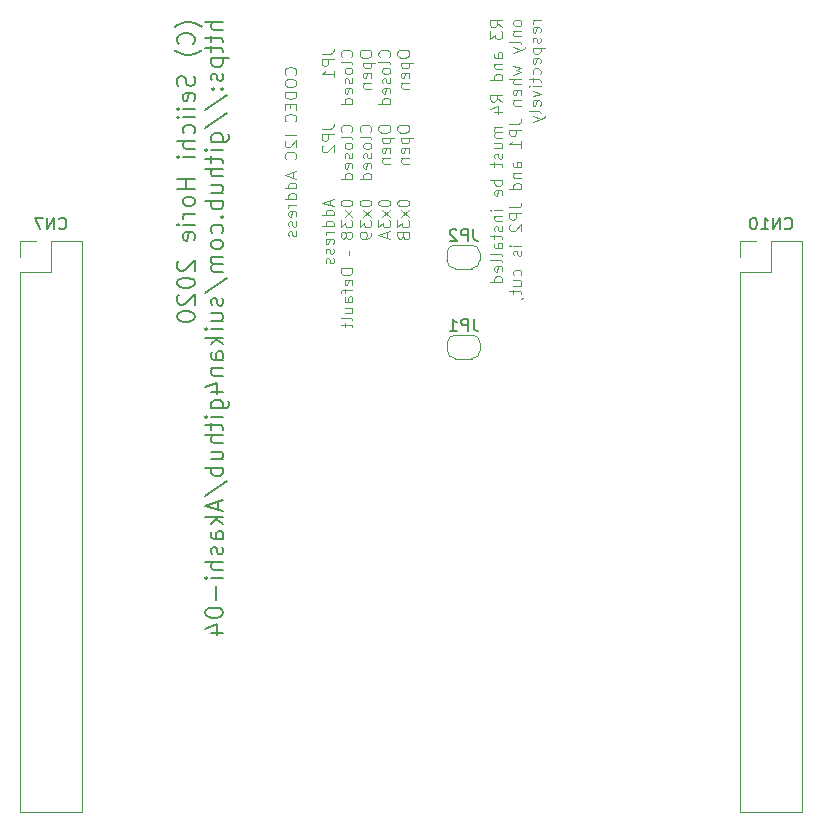
<source format=gbo>
G04 #@! TF.GenerationSoftware,KiCad,Pcbnew,5.1.5-52549c5~84~ubuntu16.04.1*
G04 #@! TF.CreationDate,2020-03-12T09:16:23+09:00*
G04 #@! TF.ProjectId,Akashi-04,416b6173-6869-42d3-9034-2e6b69636164,rev?*
G04 #@! TF.SameCoordinates,Original*
G04 #@! TF.FileFunction,Legend,Bot*
G04 #@! TF.FilePolarity,Positive*
%FSLAX46Y46*%
G04 Gerber Fmt 4.6, Leading zero omitted, Abs format (unit mm)*
G04 Created by KiCad (PCBNEW 5.1.5-52549c5~84~ubuntu16.04.1) date 2020-03-12 09:16:23*
%MOMM*%
%LPD*%
G04 APERTURE LIST*
%ADD10C,0.101600*%
%ADD11C,0.100000*%
%ADD12C,0.150000*%
%ADD13C,0.120000*%
G04 APERTURE END LIST*
D10*
X158854019Y-41528516D02*
X158370209Y-41189849D01*
X158854019Y-40947944D02*
X157838019Y-40947944D01*
X157838019Y-41334992D01*
X157886400Y-41431754D01*
X157934780Y-41480135D01*
X158031542Y-41528516D01*
X158176685Y-41528516D01*
X158273447Y-41480135D01*
X158321828Y-41431754D01*
X158370209Y-41334992D01*
X158370209Y-40947944D01*
X157838019Y-41867182D02*
X157838019Y-42496135D01*
X158225066Y-42157468D01*
X158225066Y-42302611D01*
X158273447Y-42399373D01*
X158321828Y-42447754D01*
X158418590Y-42496135D01*
X158660495Y-42496135D01*
X158757257Y-42447754D01*
X158805638Y-42399373D01*
X158854019Y-42302611D01*
X158854019Y-42012325D01*
X158805638Y-41915563D01*
X158757257Y-41867182D01*
X158854019Y-44141087D02*
X158321828Y-44141087D01*
X158225066Y-44092706D01*
X158176685Y-43995944D01*
X158176685Y-43802420D01*
X158225066Y-43705659D01*
X158805638Y-44141087D02*
X158854019Y-44044325D01*
X158854019Y-43802420D01*
X158805638Y-43705659D01*
X158708876Y-43657278D01*
X158612114Y-43657278D01*
X158515352Y-43705659D01*
X158466971Y-43802420D01*
X158466971Y-44044325D01*
X158418590Y-44141087D01*
X158176685Y-44624897D02*
X158854019Y-44624897D01*
X158273447Y-44624897D02*
X158225066Y-44673278D01*
X158176685Y-44770040D01*
X158176685Y-44915182D01*
X158225066Y-45011944D01*
X158321828Y-45060325D01*
X158854019Y-45060325D01*
X158854019Y-45979563D02*
X157838019Y-45979563D01*
X158805638Y-45979563D02*
X158854019Y-45882801D01*
X158854019Y-45689278D01*
X158805638Y-45592516D01*
X158757257Y-45544135D01*
X158660495Y-45495754D01*
X158370209Y-45495754D01*
X158273447Y-45544135D01*
X158225066Y-45592516D01*
X158176685Y-45689278D01*
X158176685Y-45882801D01*
X158225066Y-45979563D01*
X158854019Y-47818040D02*
X158370209Y-47479373D01*
X158854019Y-47237468D02*
X157838019Y-47237468D01*
X157838019Y-47624516D01*
X157886400Y-47721278D01*
X157934780Y-47769659D01*
X158031542Y-47818040D01*
X158176685Y-47818040D01*
X158273447Y-47769659D01*
X158321828Y-47721278D01*
X158370209Y-47624516D01*
X158370209Y-47237468D01*
X158176685Y-48688897D02*
X158854019Y-48688897D01*
X157789638Y-48446992D02*
X158515352Y-48205087D01*
X158515352Y-48834040D01*
X158854019Y-49995182D02*
X158176685Y-49995182D01*
X158273447Y-49995182D02*
X158225066Y-50043563D01*
X158176685Y-50140325D01*
X158176685Y-50285468D01*
X158225066Y-50382230D01*
X158321828Y-50430611D01*
X158854019Y-50430611D01*
X158321828Y-50430611D02*
X158225066Y-50478992D01*
X158176685Y-50575754D01*
X158176685Y-50720897D01*
X158225066Y-50817659D01*
X158321828Y-50866040D01*
X158854019Y-50866040D01*
X158176685Y-51785278D02*
X158854019Y-51785278D01*
X158176685Y-51349849D02*
X158708876Y-51349849D01*
X158805638Y-51398230D01*
X158854019Y-51494992D01*
X158854019Y-51640135D01*
X158805638Y-51736897D01*
X158757257Y-51785278D01*
X158805638Y-52220706D02*
X158854019Y-52317468D01*
X158854019Y-52510992D01*
X158805638Y-52607754D01*
X158708876Y-52656135D01*
X158660495Y-52656135D01*
X158563733Y-52607754D01*
X158515352Y-52510992D01*
X158515352Y-52365849D01*
X158466971Y-52269087D01*
X158370209Y-52220706D01*
X158321828Y-52220706D01*
X158225066Y-52269087D01*
X158176685Y-52365849D01*
X158176685Y-52510992D01*
X158225066Y-52607754D01*
X158176685Y-52946420D02*
X158176685Y-53333468D01*
X157838019Y-53091563D02*
X158708876Y-53091563D01*
X158805638Y-53139944D01*
X158854019Y-53236706D01*
X158854019Y-53333468D01*
X158854019Y-54446230D02*
X157838019Y-54446230D01*
X158225066Y-54446230D02*
X158176685Y-54542992D01*
X158176685Y-54736516D01*
X158225066Y-54833278D01*
X158273447Y-54881659D01*
X158370209Y-54930040D01*
X158660495Y-54930040D01*
X158757257Y-54881659D01*
X158805638Y-54833278D01*
X158854019Y-54736516D01*
X158854019Y-54542992D01*
X158805638Y-54446230D01*
X158805638Y-55752516D02*
X158854019Y-55655754D01*
X158854019Y-55462230D01*
X158805638Y-55365468D01*
X158708876Y-55317087D01*
X158321828Y-55317087D01*
X158225066Y-55365468D01*
X158176685Y-55462230D01*
X158176685Y-55655754D01*
X158225066Y-55752516D01*
X158321828Y-55800897D01*
X158418590Y-55800897D01*
X158515352Y-55317087D01*
X158854019Y-57010420D02*
X158176685Y-57010420D01*
X157838019Y-57010420D02*
X157886400Y-56962040D01*
X157934780Y-57010420D01*
X157886400Y-57058801D01*
X157838019Y-57010420D01*
X157934780Y-57010420D01*
X158176685Y-57494230D02*
X158854019Y-57494230D01*
X158273447Y-57494230D02*
X158225066Y-57542611D01*
X158176685Y-57639373D01*
X158176685Y-57784516D01*
X158225066Y-57881278D01*
X158321828Y-57929659D01*
X158854019Y-57929659D01*
X158805638Y-58365087D02*
X158854019Y-58461849D01*
X158854019Y-58655373D01*
X158805638Y-58752135D01*
X158708876Y-58800516D01*
X158660495Y-58800516D01*
X158563733Y-58752135D01*
X158515352Y-58655373D01*
X158515352Y-58510230D01*
X158466971Y-58413468D01*
X158370209Y-58365087D01*
X158321828Y-58365087D01*
X158225066Y-58413468D01*
X158176685Y-58510230D01*
X158176685Y-58655373D01*
X158225066Y-58752135D01*
X158176685Y-59090801D02*
X158176685Y-59477849D01*
X157838019Y-59235944D02*
X158708876Y-59235944D01*
X158805638Y-59284325D01*
X158854019Y-59381087D01*
X158854019Y-59477849D01*
X158854019Y-60251944D02*
X158321828Y-60251944D01*
X158225066Y-60203563D01*
X158176685Y-60106801D01*
X158176685Y-59913278D01*
X158225066Y-59816516D01*
X158805638Y-60251944D02*
X158854019Y-60155182D01*
X158854019Y-59913278D01*
X158805638Y-59816516D01*
X158708876Y-59768135D01*
X158612114Y-59768135D01*
X158515352Y-59816516D01*
X158466971Y-59913278D01*
X158466971Y-60155182D01*
X158418590Y-60251944D01*
X158854019Y-60880897D02*
X158805638Y-60784135D01*
X158708876Y-60735754D01*
X157838019Y-60735754D01*
X158854019Y-61413087D02*
X158805638Y-61316325D01*
X158708876Y-61267944D01*
X157838019Y-61267944D01*
X158805638Y-62187182D02*
X158854019Y-62090420D01*
X158854019Y-61896897D01*
X158805638Y-61800135D01*
X158708876Y-61751754D01*
X158321828Y-61751754D01*
X158225066Y-61800135D01*
X158176685Y-61896897D01*
X158176685Y-62090420D01*
X158225066Y-62187182D01*
X158321828Y-62235563D01*
X158418590Y-62235563D01*
X158515352Y-61751754D01*
X158854019Y-63106420D02*
X157838019Y-63106420D01*
X158805638Y-63106420D02*
X158854019Y-63009659D01*
X158854019Y-62816135D01*
X158805638Y-62719373D01*
X158757257Y-62670992D01*
X158660495Y-62622611D01*
X158370209Y-62622611D01*
X158273447Y-62670992D01*
X158225066Y-62719373D01*
X158176685Y-62816135D01*
X158176685Y-63009659D01*
X158225066Y-63106420D01*
X160479619Y-41093087D02*
X160431238Y-40996325D01*
X160382857Y-40947944D01*
X160286095Y-40899563D01*
X159995809Y-40899563D01*
X159899047Y-40947944D01*
X159850666Y-40996325D01*
X159802285Y-41093087D01*
X159802285Y-41238230D01*
X159850666Y-41334992D01*
X159899047Y-41383373D01*
X159995809Y-41431754D01*
X160286095Y-41431754D01*
X160382857Y-41383373D01*
X160431238Y-41334992D01*
X160479619Y-41238230D01*
X160479619Y-41093087D01*
X159802285Y-41867182D02*
X160479619Y-41867182D01*
X159899047Y-41867182D02*
X159850666Y-41915563D01*
X159802285Y-42012325D01*
X159802285Y-42157468D01*
X159850666Y-42254230D01*
X159947428Y-42302611D01*
X160479619Y-42302611D01*
X160479619Y-42931563D02*
X160431238Y-42834801D01*
X160334476Y-42786420D01*
X159463619Y-42786420D01*
X159802285Y-43221849D02*
X160479619Y-43463754D01*
X159802285Y-43705659D02*
X160479619Y-43463754D01*
X160721523Y-43366992D01*
X160769904Y-43318611D01*
X160818285Y-43221849D01*
X159802285Y-44770040D02*
X160479619Y-44963563D01*
X159995809Y-45157087D01*
X160479619Y-45350611D01*
X159802285Y-45544135D01*
X160479619Y-45931182D02*
X159463619Y-45931182D01*
X160479619Y-46366611D02*
X159947428Y-46366611D01*
X159850666Y-46318230D01*
X159802285Y-46221468D01*
X159802285Y-46076325D01*
X159850666Y-45979563D01*
X159899047Y-45931182D01*
X160431238Y-47237468D02*
X160479619Y-47140706D01*
X160479619Y-46947182D01*
X160431238Y-46850420D01*
X160334476Y-46802040D01*
X159947428Y-46802040D01*
X159850666Y-46850420D01*
X159802285Y-46947182D01*
X159802285Y-47140706D01*
X159850666Y-47237468D01*
X159947428Y-47285849D01*
X160044190Y-47285849D01*
X160140952Y-46802040D01*
X159802285Y-47721278D02*
X160479619Y-47721278D01*
X159899047Y-47721278D02*
X159850666Y-47769659D01*
X159802285Y-47866420D01*
X159802285Y-48011563D01*
X159850666Y-48108325D01*
X159947428Y-48156706D01*
X160479619Y-48156706D01*
X159463619Y-49704897D02*
X160189333Y-49704897D01*
X160334476Y-49656516D01*
X160431238Y-49559754D01*
X160479619Y-49414611D01*
X160479619Y-49317849D01*
X160479619Y-50188706D02*
X159463619Y-50188706D01*
X159463619Y-50575754D01*
X159512000Y-50672516D01*
X159560380Y-50720897D01*
X159657142Y-50769278D01*
X159802285Y-50769278D01*
X159899047Y-50720897D01*
X159947428Y-50672516D01*
X159995809Y-50575754D01*
X159995809Y-50188706D01*
X160479619Y-51736897D02*
X160479619Y-51156325D01*
X160479619Y-51446611D02*
X159463619Y-51446611D01*
X159608761Y-51349849D01*
X159705523Y-51253087D01*
X159753904Y-51156325D01*
X160479619Y-53381849D02*
X159947428Y-53381849D01*
X159850666Y-53333468D01*
X159802285Y-53236706D01*
X159802285Y-53043182D01*
X159850666Y-52946420D01*
X160431238Y-53381849D02*
X160479619Y-53285087D01*
X160479619Y-53043182D01*
X160431238Y-52946420D01*
X160334476Y-52898040D01*
X160237714Y-52898040D01*
X160140952Y-52946420D01*
X160092571Y-53043182D01*
X160092571Y-53285087D01*
X160044190Y-53381849D01*
X159802285Y-53865659D02*
X160479619Y-53865659D01*
X159899047Y-53865659D02*
X159850666Y-53914040D01*
X159802285Y-54010801D01*
X159802285Y-54155944D01*
X159850666Y-54252706D01*
X159947428Y-54301087D01*
X160479619Y-54301087D01*
X160479619Y-55220325D02*
X159463619Y-55220325D01*
X160431238Y-55220325D02*
X160479619Y-55123563D01*
X160479619Y-54930040D01*
X160431238Y-54833278D01*
X160382857Y-54784897D01*
X160286095Y-54736516D01*
X159995809Y-54736516D01*
X159899047Y-54784897D01*
X159850666Y-54833278D01*
X159802285Y-54930040D01*
X159802285Y-55123563D01*
X159850666Y-55220325D01*
X159463619Y-56768516D02*
X160189333Y-56768516D01*
X160334476Y-56720135D01*
X160431238Y-56623373D01*
X160479619Y-56478230D01*
X160479619Y-56381468D01*
X160479619Y-57252325D02*
X159463619Y-57252325D01*
X159463619Y-57639373D01*
X159512000Y-57736135D01*
X159560380Y-57784516D01*
X159657142Y-57832897D01*
X159802285Y-57832897D01*
X159899047Y-57784516D01*
X159947428Y-57736135D01*
X159995809Y-57639373D01*
X159995809Y-57252325D01*
X159560380Y-58219944D02*
X159512000Y-58268325D01*
X159463619Y-58365087D01*
X159463619Y-58606992D01*
X159512000Y-58703754D01*
X159560380Y-58752135D01*
X159657142Y-58800516D01*
X159753904Y-58800516D01*
X159899047Y-58752135D01*
X160479619Y-58171563D01*
X160479619Y-58800516D01*
X160479619Y-60010040D02*
X159802285Y-60010040D01*
X159463619Y-60010040D02*
X159512000Y-59961659D01*
X159560380Y-60010040D01*
X159512000Y-60058420D01*
X159463619Y-60010040D01*
X159560380Y-60010040D01*
X160431238Y-60445468D02*
X160479619Y-60542230D01*
X160479619Y-60735754D01*
X160431238Y-60832516D01*
X160334476Y-60880897D01*
X160286095Y-60880897D01*
X160189333Y-60832516D01*
X160140952Y-60735754D01*
X160140952Y-60590611D01*
X160092571Y-60493849D01*
X159995809Y-60445468D01*
X159947428Y-60445468D01*
X159850666Y-60493849D01*
X159802285Y-60590611D01*
X159802285Y-60735754D01*
X159850666Y-60832516D01*
X160431238Y-62525849D02*
X160479619Y-62429087D01*
X160479619Y-62235563D01*
X160431238Y-62138801D01*
X160382857Y-62090420D01*
X160286095Y-62042040D01*
X159995809Y-62042040D01*
X159899047Y-62090420D01*
X159850666Y-62138801D01*
X159802285Y-62235563D01*
X159802285Y-62429087D01*
X159850666Y-62525849D01*
X159802285Y-63396706D02*
X160479619Y-63396706D01*
X159802285Y-62961278D02*
X160334476Y-62961278D01*
X160431238Y-63009659D01*
X160479619Y-63106420D01*
X160479619Y-63251563D01*
X160431238Y-63348325D01*
X160382857Y-63396706D01*
X159802285Y-63735373D02*
X159802285Y-64122420D01*
X159463619Y-63880516D02*
X160334476Y-63880516D01*
X160431238Y-63928897D01*
X160479619Y-64025659D01*
X160479619Y-64122420D01*
X160431238Y-64509468D02*
X160479619Y-64509468D01*
X160576380Y-64461087D01*
X160624761Y-64412706D01*
X162105219Y-40947944D02*
X161427885Y-40947944D01*
X161621409Y-40947944D02*
X161524647Y-40996325D01*
X161476266Y-41044706D01*
X161427885Y-41141468D01*
X161427885Y-41238230D01*
X162056838Y-41963944D02*
X162105219Y-41867182D01*
X162105219Y-41673659D01*
X162056838Y-41576897D01*
X161960076Y-41528516D01*
X161573028Y-41528516D01*
X161476266Y-41576897D01*
X161427885Y-41673659D01*
X161427885Y-41867182D01*
X161476266Y-41963944D01*
X161573028Y-42012325D01*
X161669790Y-42012325D01*
X161766552Y-41528516D01*
X162056838Y-42399373D02*
X162105219Y-42496135D01*
X162105219Y-42689659D01*
X162056838Y-42786420D01*
X161960076Y-42834801D01*
X161911695Y-42834801D01*
X161814933Y-42786420D01*
X161766552Y-42689659D01*
X161766552Y-42544516D01*
X161718171Y-42447754D01*
X161621409Y-42399373D01*
X161573028Y-42399373D01*
X161476266Y-42447754D01*
X161427885Y-42544516D01*
X161427885Y-42689659D01*
X161476266Y-42786420D01*
X161427885Y-43270230D02*
X162443885Y-43270230D01*
X161476266Y-43270230D02*
X161427885Y-43366992D01*
X161427885Y-43560516D01*
X161476266Y-43657278D01*
X161524647Y-43705659D01*
X161621409Y-43754040D01*
X161911695Y-43754040D01*
X162008457Y-43705659D01*
X162056838Y-43657278D01*
X162105219Y-43560516D01*
X162105219Y-43366992D01*
X162056838Y-43270230D01*
X162056838Y-44576516D02*
X162105219Y-44479754D01*
X162105219Y-44286230D01*
X162056838Y-44189468D01*
X161960076Y-44141087D01*
X161573028Y-44141087D01*
X161476266Y-44189468D01*
X161427885Y-44286230D01*
X161427885Y-44479754D01*
X161476266Y-44576516D01*
X161573028Y-44624897D01*
X161669790Y-44624897D01*
X161766552Y-44141087D01*
X162056838Y-45495754D02*
X162105219Y-45398992D01*
X162105219Y-45205468D01*
X162056838Y-45108706D01*
X162008457Y-45060325D01*
X161911695Y-45011944D01*
X161621409Y-45011944D01*
X161524647Y-45060325D01*
X161476266Y-45108706D01*
X161427885Y-45205468D01*
X161427885Y-45398992D01*
X161476266Y-45495754D01*
X161427885Y-45786040D02*
X161427885Y-46173087D01*
X161089219Y-45931182D02*
X161960076Y-45931182D01*
X162056838Y-45979563D01*
X162105219Y-46076325D01*
X162105219Y-46173087D01*
X162105219Y-46511754D02*
X161427885Y-46511754D01*
X161089219Y-46511754D02*
X161137600Y-46463373D01*
X161185980Y-46511754D01*
X161137600Y-46560135D01*
X161089219Y-46511754D01*
X161185980Y-46511754D01*
X161427885Y-46898801D02*
X162105219Y-47140706D01*
X161427885Y-47382611D01*
X162056838Y-48156706D02*
X162105219Y-48059944D01*
X162105219Y-47866420D01*
X162056838Y-47769659D01*
X161960076Y-47721278D01*
X161573028Y-47721278D01*
X161476266Y-47769659D01*
X161427885Y-47866420D01*
X161427885Y-48059944D01*
X161476266Y-48156706D01*
X161573028Y-48205087D01*
X161669790Y-48205087D01*
X161766552Y-47721278D01*
X162105219Y-48785659D02*
X162056838Y-48688897D01*
X161960076Y-48640516D01*
X161089219Y-48640516D01*
X161427885Y-49075944D02*
X162105219Y-49317849D01*
X161427885Y-49559754D02*
X162105219Y-49317849D01*
X162347123Y-49221087D01*
X162395504Y-49172706D01*
X162443885Y-49075944D01*
D11*
X141327142Y-45546190D02*
X141374761Y-45498571D01*
X141422380Y-45355714D01*
X141422380Y-45260476D01*
X141374761Y-45117619D01*
X141279523Y-45022380D01*
X141184285Y-44974761D01*
X140993809Y-44927142D01*
X140850952Y-44927142D01*
X140660476Y-44974761D01*
X140565238Y-45022380D01*
X140470000Y-45117619D01*
X140422380Y-45260476D01*
X140422380Y-45355714D01*
X140470000Y-45498571D01*
X140517619Y-45546190D01*
X140422380Y-46165238D02*
X140422380Y-46355714D01*
X140470000Y-46450952D01*
X140565238Y-46546190D01*
X140755714Y-46593809D01*
X141089047Y-46593809D01*
X141279523Y-46546190D01*
X141374761Y-46450952D01*
X141422380Y-46355714D01*
X141422380Y-46165238D01*
X141374761Y-46070000D01*
X141279523Y-45974761D01*
X141089047Y-45927142D01*
X140755714Y-45927142D01*
X140565238Y-45974761D01*
X140470000Y-46070000D01*
X140422380Y-46165238D01*
X141422380Y-47022380D02*
X140422380Y-47022380D01*
X140422380Y-47260476D01*
X140470000Y-47403333D01*
X140565238Y-47498571D01*
X140660476Y-47546190D01*
X140850952Y-47593809D01*
X140993809Y-47593809D01*
X141184285Y-47546190D01*
X141279523Y-47498571D01*
X141374761Y-47403333D01*
X141422380Y-47260476D01*
X141422380Y-47022380D01*
X140898571Y-48022380D02*
X140898571Y-48355714D01*
X141422380Y-48498571D02*
X141422380Y-48022380D01*
X140422380Y-48022380D01*
X140422380Y-48498571D01*
X141327142Y-49498571D02*
X141374761Y-49450952D01*
X141422380Y-49308095D01*
X141422380Y-49212857D01*
X141374761Y-49070000D01*
X141279523Y-48974761D01*
X141184285Y-48927142D01*
X140993809Y-48879523D01*
X140850952Y-48879523D01*
X140660476Y-48927142D01*
X140565238Y-48974761D01*
X140470000Y-49070000D01*
X140422380Y-49212857D01*
X140422380Y-49308095D01*
X140470000Y-49450952D01*
X140517619Y-49498571D01*
X141422380Y-50689047D02*
X140422380Y-50689047D01*
X140517619Y-51117619D02*
X140470000Y-51165238D01*
X140422380Y-51260476D01*
X140422380Y-51498571D01*
X140470000Y-51593809D01*
X140517619Y-51641428D01*
X140612857Y-51689047D01*
X140708095Y-51689047D01*
X140850952Y-51641428D01*
X141422380Y-51070000D01*
X141422380Y-51689047D01*
X141327142Y-52689047D02*
X141374761Y-52641428D01*
X141422380Y-52498571D01*
X141422380Y-52403333D01*
X141374761Y-52260476D01*
X141279523Y-52165238D01*
X141184285Y-52117619D01*
X140993809Y-52070000D01*
X140850952Y-52070000D01*
X140660476Y-52117619D01*
X140565238Y-52165238D01*
X140470000Y-52260476D01*
X140422380Y-52403333D01*
X140422380Y-52498571D01*
X140470000Y-52641428D01*
X140517619Y-52689047D01*
X141136666Y-53831904D02*
X141136666Y-54308095D01*
X141422380Y-53736666D02*
X140422380Y-54070000D01*
X141422380Y-54403333D01*
X141422380Y-55165238D02*
X140422380Y-55165238D01*
X141374761Y-55165238D02*
X141422380Y-55070000D01*
X141422380Y-54879523D01*
X141374761Y-54784285D01*
X141327142Y-54736666D01*
X141231904Y-54689047D01*
X140946190Y-54689047D01*
X140850952Y-54736666D01*
X140803333Y-54784285D01*
X140755714Y-54879523D01*
X140755714Y-55070000D01*
X140803333Y-55165238D01*
X141422380Y-56070000D02*
X140422380Y-56070000D01*
X141374761Y-56070000D02*
X141422380Y-55974761D01*
X141422380Y-55784285D01*
X141374761Y-55689047D01*
X141327142Y-55641428D01*
X141231904Y-55593809D01*
X140946190Y-55593809D01*
X140850952Y-55641428D01*
X140803333Y-55689047D01*
X140755714Y-55784285D01*
X140755714Y-55974761D01*
X140803333Y-56070000D01*
X141422380Y-56546190D02*
X140755714Y-56546190D01*
X140946190Y-56546190D02*
X140850952Y-56593809D01*
X140803333Y-56641428D01*
X140755714Y-56736666D01*
X140755714Y-56831904D01*
X141374761Y-57546190D02*
X141422380Y-57450952D01*
X141422380Y-57260476D01*
X141374761Y-57165238D01*
X141279523Y-57117619D01*
X140898571Y-57117619D01*
X140803333Y-57165238D01*
X140755714Y-57260476D01*
X140755714Y-57450952D01*
X140803333Y-57546190D01*
X140898571Y-57593809D01*
X140993809Y-57593809D01*
X141089047Y-57117619D01*
X141374761Y-57974761D02*
X141422380Y-58070000D01*
X141422380Y-58260476D01*
X141374761Y-58355714D01*
X141279523Y-58403333D01*
X141231904Y-58403333D01*
X141136666Y-58355714D01*
X141089047Y-58260476D01*
X141089047Y-58117619D01*
X141041428Y-58022380D01*
X140946190Y-57974761D01*
X140898571Y-57974761D01*
X140803333Y-58022380D01*
X140755714Y-58117619D01*
X140755714Y-58260476D01*
X140803333Y-58355714D01*
X141374761Y-58784285D02*
X141422380Y-58879523D01*
X141422380Y-59069999D01*
X141374761Y-59165238D01*
X141279523Y-59212857D01*
X141231904Y-59212857D01*
X141136666Y-59165238D01*
X141089047Y-59069999D01*
X141089047Y-58927142D01*
X141041428Y-58831904D01*
X140946190Y-58784285D01*
X140898571Y-58784285D01*
X140803333Y-58831904D01*
X140755714Y-58927142D01*
X140755714Y-59069999D01*
X140803333Y-59165238D01*
X144286666Y-56135476D02*
X144286666Y-56611666D01*
X144572380Y-56040238D02*
X143572380Y-56373571D01*
X144572380Y-56706904D01*
X144572380Y-57468809D02*
X143572380Y-57468809D01*
X144524761Y-57468809D02*
X144572380Y-57373571D01*
X144572380Y-57183095D01*
X144524761Y-57087857D01*
X144477142Y-57040238D01*
X144381904Y-56992619D01*
X144096190Y-56992619D01*
X144000952Y-57040238D01*
X143953333Y-57087857D01*
X143905714Y-57183095D01*
X143905714Y-57373571D01*
X143953333Y-57468809D01*
X144572380Y-58373571D02*
X143572380Y-58373571D01*
X144524761Y-58373571D02*
X144572380Y-58278333D01*
X144572380Y-58087857D01*
X144524761Y-57992619D01*
X144477142Y-57945000D01*
X144381904Y-57897380D01*
X144096190Y-57897380D01*
X144000952Y-57945000D01*
X143953333Y-57992619D01*
X143905714Y-58087857D01*
X143905714Y-58278333D01*
X143953333Y-58373571D01*
X144572380Y-58849761D02*
X143905714Y-58849761D01*
X144096190Y-58849761D02*
X144000952Y-58897380D01*
X143953333Y-58945000D01*
X143905714Y-59040238D01*
X143905714Y-59135476D01*
X144524761Y-59849761D02*
X144572380Y-59754523D01*
X144572380Y-59564047D01*
X144524761Y-59468809D01*
X144429523Y-59421190D01*
X144048571Y-59421190D01*
X143953333Y-59468809D01*
X143905714Y-59564047D01*
X143905714Y-59754523D01*
X143953333Y-59849761D01*
X144048571Y-59897380D01*
X144143809Y-59897380D01*
X144239047Y-59421190D01*
X144524761Y-60278333D02*
X144572380Y-60373571D01*
X144572380Y-60564047D01*
X144524761Y-60659285D01*
X144429523Y-60706904D01*
X144381904Y-60706904D01*
X144286666Y-60659285D01*
X144239047Y-60564047D01*
X144239047Y-60421190D01*
X144191428Y-60325952D01*
X144096190Y-60278333D01*
X144048571Y-60278333D01*
X143953333Y-60325952D01*
X143905714Y-60421190D01*
X143905714Y-60564047D01*
X143953333Y-60659285D01*
X144524761Y-61087857D02*
X144572380Y-61183095D01*
X144572380Y-61373571D01*
X144524761Y-61468809D01*
X144429523Y-61516428D01*
X144381904Y-61516428D01*
X144286666Y-61468809D01*
X144239047Y-61373571D01*
X144239047Y-61230714D01*
X144191428Y-61135476D01*
X144096190Y-61087857D01*
X144048571Y-61087857D01*
X143953333Y-61135476D01*
X143905714Y-61230714D01*
X143905714Y-61373571D01*
X143953333Y-61468809D01*
X145172380Y-56373571D02*
X145172380Y-56468809D01*
X145220000Y-56564047D01*
X145267619Y-56611666D01*
X145362857Y-56659285D01*
X145553333Y-56706904D01*
X145791428Y-56706904D01*
X145981904Y-56659285D01*
X146077142Y-56611666D01*
X146124761Y-56564047D01*
X146172380Y-56468809D01*
X146172380Y-56373571D01*
X146124761Y-56278333D01*
X146077142Y-56230714D01*
X145981904Y-56183095D01*
X145791428Y-56135476D01*
X145553333Y-56135476D01*
X145362857Y-56183095D01*
X145267619Y-56230714D01*
X145220000Y-56278333D01*
X145172380Y-56373571D01*
X146172380Y-57040238D02*
X145505714Y-57564047D01*
X145505714Y-57040238D02*
X146172380Y-57564047D01*
X145172380Y-57849761D02*
X145172380Y-58468809D01*
X145553333Y-58135476D01*
X145553333Y-58278333D01*
X145600952Y-58373571D01*
X145648571Y-58421190D01*
X145743809Y-58468809D01*
X145981904Y-58468809D01*
X146077142Y-58421190D01*
X146124761Y-58373571D01*
X146172380Y-58278333D01*
X146172380Y-57992619D01*
X146124761Y-57897380D01*
X146077142Y-57849761D01*
X145600952Y-59040238D02*
X145553333Y-58945000D01*
X145505714Y-58897380D01*
X145410476Y-58849761D01*
X145362857Y-58849761D01*
X145267619Y-58897380D01*
X145220000Y-58945000D01*
X145172380Y-59040238D01*
X145172380Y-59230714D01*
X145220000Y-59325952D01*
X145267619Y-59373571D01*
X145362857Y-59421190D01*
X145410476Y-59421190D01*
X145505714Y-59373571D01*
X145553333Y-59325952D01*
X145600952Y-59230714D01*
X145600952Y-59040238D01*
X145648571Y-58945000D01*
X145696190Y-58897380D01*
X145791428Y-58849761D01*
X145981904Y-58849761D01*
X146077142Y-58897380D01*
X146124761Y-58945000D01*
X146172380Y-59040238D01*
X146172380Y-59230714D01*
X146124761Y-59325952D01*
X146077142Y-59373571D01*
X145981904Y-59421190D01*
X145791428Y-59421190D01*
X145696190Y-59373571D01*
X145648571Y-59325952D01*
X145600952Y-59230714D01*
X145839047Y-60849761D02*
X145839047Y-60468809D01*
X146172380Y-61945000D02*
X145172380Y-61945000D01*
X145172380Y-62183095D01*
X145220000Y-62325952D01*
X145315238Y-62421190D01*
X145410476Y-62468809D01*
X145600952Y-62516428D01*
X145743809Y-62516428D01*
X145934285Y-62468809D01*
X146029523Y-62421190D01*
X146124761Y-62325952D01*
X146172380Y-62183095D01*
X146172380Y-61945000D01*
X146124761Y-63325952D02*
X146172380Y-63230714D01*
X146172380Y-63040238D01*
X146124761Y-62945000D01*
X146029523Y-62897380D01*
X145648571Y-62897380D01*
X145553333Y-62945000D01*
X145505714Y-63040238D01*
X145505714Y-63230714D01*
X145553333Y-63325952D01*
X145648571Y-63373571D01*
X145743809Y-63373571D01*
X145839047Y-62897380D01*
X145505714Y-63659285D02*
X145505714Y-64040238D01*
X146172380Y-63802142D02*
X145315238Y-63802142D01*
X145220000Y-63849761D01*
X145172380Y-63945000D01*
X145172380Y-64040238D01*
X146172380Y-64802142D02*
X145648571Y-64802142D01*
X145553333Y-64754523D01*
X145505714Y-64659285D01*
X145505714Y-64468809D01*
X145553333Y-64373571D01*
X146124761Y-64802142D02*
X146172380Y-64706904D01*
X146172380Y-64468809D01*
X146124761Y-64373571D01*
X146029523Y-64325952D01*
X145934285Y-64325952D01*
X145839047Y-64373571D01*
X145791428Y-64468809D01*
X145791428Y-64706904D01*
X145743809Y-64802142D01*
X145505714Y-65706904D02*
X146172380Y-65706904D01*
X145505714Y-65278333D02*
X146029523Y-65278333D01*
X146124761Y-65325952D01*
X146172380Y-65421190D01*
X146172380Y-65564047D01*
X146124761Y-65659285D01*
X146077142Y-65706904D01*
X146172380Y-66325952D02*
X146124761Y-66230714D01*
X146029523Y-66183095D01*
X145172380Y-66183095D01*
X145505714Y-66564047D02*
X145505714Y-66945000D01*
X145172380Y-66706904D02*
X146029523Y-66706904D01*
X146124761Y-66754523D01*
X146172380Y-66849761D01*
X146172380Y-66945000D01*
X146772380Y-56373571D02*
X146772380Y-56468809D01*
X146820000Y-56564047D01*
X146867619Y-56611666D01*
X146962857Y-56659285D01*
X147153333Y-56706904D01*
X147391428Y-56706904D01*
X147581904Y-56659285D01*
X147677142Y-56611666D01*
X147724761Y-56564047D01*
X147772380Y-56468809D01*
X147772380Y-56373571D01*
X147724761Y-56278333D01*
X147677142Y-56230714D01*
X147581904Y-56183095D01*
X147391428Y-56135476D01*
X147153333Y-56135476D01*
X146962857Y-56183095D01*
X146867619Y-56230714D01*
X146820000Y-56278333D01*
X146772380Y-56373571D01*
X147772380Y-57040238D02*
X147105714Y-57564047D01*
X147105714Y-57040238D02*
X147772380Y-57564047D01*
X146772380Y-57849761D02*
X146772380Y-58468809D01*
X147153333Y-58135476D01*
X147153333Y-58278333D01*
X147200952Y-58373571D01*
X147248571Y-58421190D01*
X147343809Y-58468809D01*
X147581904Y-58468809D01*
X147677142Y-58421190D01*
X147724761Y-58373571D01*
X147772380Y-58278333D01*
X147772380Y-57992619D01*
X147724761Y-57897380D01*
X147677142Y-57849761D01*
X147772380Y-58945000D02*
X147772380Y-59135476D01*
X147724761Y-59230714D01*
X147677142Y-59278333D01*
X147534285Y-59373571D01*
X147343809Y-59421190D01*
X146962857Y-59421190D01*
X146867619Y-59373571D01*
X146820000Y-59325952D01*
X146772380Y-59230714D01*
X146772380Y-59040238D01*
X146820000Y-58945000D01*
X146867619Y-58897380D01*
X146962857Y-58849761D01*
X147200952Y-58849761D01*
X147296190Y-58897380D01*
X147343809Y-58945000D01*
X147391428Y-59040238D01*
X147391428Y-59230714D01*
X147343809Y-59325952D01*
X147296190Y-59373571D01*
X147200952Y-59421190D01*
X148372380Y-56373571D02*
X148372380Y-56468809D01*
X148420000Y-56564047D01*
X148467619Y-56611666D01*
X148562857Y-56659285D01*
X148753333Y-56706904D01*
X148991428Y-56706904D01*
X149181904Y-56659285D01*
X149277142Y-56611666D01*
X149324761Y-56564047D01*
X149372380Y-56468809D01*
X149372380Y-56373571D01*
X149324761Y-56278333D01*
X149277142Y-56230714D01*
X149181904Y-56183095D01*
X148991428Y-56135476D01*
X148753333Y-56135476D01*
X148562857Y-56183095D01*
X148467619Y-56230714D01*
X148420000Y-56278333D01*
X148372380Y-56373571D01*
X149372380Y-57040238D02*
X148705714Y-57564047D01*
X148705714Y-57040238D02*
X149372380Y-57564047D01*
X148372380Y-57849761D02*
X148372380Y-58468809D01*
X148753333Y-58135476D01*
X148753333Y-58278333D01*
X148800952Y-58373571D01*
X148848571Y-58421190D01*
X148943809Y-58468809D01*
X149181904Y-58468809D01*
X149277142Y-58421190D01*
X149324761Y-58373571D01*
X149372380Y-58278333D01*
X149372380Y-57992619D01*
X149324761Y-57897380D01*
X149277142Y-57849761D01*
X149086666Y-58849761D02*
X149086666Y-59325952D01*
X149372380Y-58754523D02*
X148372380Y-59087857D01*
X149372380Y-59421190D01*
X149972380Y-56373571D02*
X149972380Y-56468809D01*
X150020000Y-56564047D01*
X150067619Y-56611666D01*
X150162857Y-56659285D01*
X150353333Y-56706904D01*
X150591428Y-56706904D01*
X150781904Y-56659285D01*
X150877142Y-56611666D01*
X150924761Y-56564047D01*
X150972380Y-56468809D01*
X150972380Y-56373571D01*
X150924761Y-56278333D01*
X150877142Y-56230714D01*
X150781904Y-56183095D01*
X150591428Y-56135476D01*
X150353333Y-56135476D01*
X150162857Y-56183095D01*
X150067619Y-56230714D01*
X150020000Y-56278333D01*
X149972380Y-56373571D01*
X150972380Y-57040238D02*
X150305714Y-57564047D01*
X150305714Y-57040238D02*
X150972380Y-57564047D01*
X149972380Y-57849761D02*
X149972380Y-58468809D01*
X150353333Y-58135476D01*
X150353333Y-58278333D01*
X150400952Y-58373571D01*
X150448571Y-58421190D01*
X150543809Y-58468809D01*
X150781904Y-58468809D01*
X150877142Y-58421190D01*
X150924761Y-58373571D01*
X150972380Y-58278333D01*
X150972380Y-57992619D01*
X150924761Y-57897380D01*
X150877142Y-57849761D01*
X150448571Y-59230714D02*
X150496190Y-59373571D01*
X150543809Y-59421190D01*
X150639047Y-59468809D01*
X150781904Y-59468809D01*
X150877142Y-59421190D01*
X150924761Y-59373571D01*
X150972380Y-59278333D01*
X150972380Y-58897380D01*
X149972380Y-58897380D01*
X149972380Y-59230714D01*
X150020000Y-59325952D01*
X150067619Y-59373571D01*
X150162857Y-59421190D01*
X150258095Y-59421190D01*
X150353333Y-59373571D01*
X150400952Y-59325952D01*
X150448571Y-59230714D01*
X150448571Y-58897380D01*
X143572380Y-50118809D02*
X144286666Y-50118809D01*
X144429523Y-50071190D01*
X144524761Y-49975952D01*
X144572380Y-49833095D01*
X144572380Y-49737857D01*
X144572380Y-50595000D02*
X143572380Y-50595000D01*
X143572380Y-50975952D01*
X143620000Y-51071190D01*
X143667619Y-51118809D01*
X143762857Y-51166428D01*
X143905714Y-51166428D01*
X144000952Y-51118809D01*
X144048571Y-51071190D01*
X144096190Y-50975952D01*
X144096190Y-50595000D01*
X143667619Y-51547380D02*
X143620000Y-51595000D01*
X143572380Y-51690238D01*
X143572380Y-51928333D01*
X143620000Y-52023571D01*
X143667619Y-52071190D01*
X143762857Y-52118809D01*
X143858095Y-52118809D01*
X144000952Y-52071190D01*
X144572380Y-51499761D01*
X144572380Y-52118809D01*
X146077142Y-50404523D02*
X146124761Y-50356904D01*
X146172380Y-50214047D01*
X146172380Y-50118809D01*
X146124761Y-49975952D01*
X146029523Y-49880714D01*
X145934285Y-49833095D01*
X145743809Y-49785476D01*
X145600952Y-49785476D01*
X145410476Y-49833095D01*
X145315238Y-49880714D01*
X145220000Y-49975952D01*
X145172380Y-50118809D01*
X145172380Y-50214047D01*
X145220000Y-50356904D01*
X145267619Y-50404523D01*
X146172380Y-50975952D02*
X146124761Y-50880714D01*
X146029523Y-50833095D01*
X145172380Y-50833095D01*
X146172380Y-51499761D02*
X146124761Y-51404523D01*
X146077142Y-51356904D01*
X145981904Y-51309285D01*
X145696190Y-51309285D01*
X145600952Y-51356904D01*
X145553333Y-51404523D01*
X145505714Y-51499761D01*
X145505714Y-51642619D01*
X145553333Y-51737857D01*
X145600952Y-51785476D01*
X145696190Y-51833095D01*
X145981904Y-51833095D01*
X146077142Y-51785476D01*
X146124761Y-51737857D01*
X146172380Y-51642619D01*
X146172380Y-51499761D01*
X146124761Y-52214047D02*
X146172380Y-52309285D01*
X146172380Y-52499761D01*
X146124761Y-52595000D01*
X146029523Y-52642619D01*
X145981904Y-52642619D01*
X145886666Y-52595000D01*
X145839047Y-52499761D01*
X145839047Y-52356904D01*
X145791428Y-52261666D01*
X145696190Y-52214047D01*
X145648571Y-52214047D01*
X145553333Y-52261666D01*
X145505714Y-52356904D01*
X145505714Y-52499761D01*
X145553333Y-52595000D01*
X146124761Y-53452142D02*
X146172380Y-53356904D01*
X146172380Y-53166428D01*
X146124761Y-53071190D01*
X146029523Y-53023571D01*
X145648571Y-53023571D01*
X145553333Y-53071190D01*
X145505714Y-53166428D01*
X145505714Y-53356904D01*
X145553333Y-53452142D01*
X145648571Y-53499761D01*
X145743809Y-53499761D01*
X145839047Y-53023571D01*
X146172380Y-54356904D02*
X145172380Y-54356904D01*
X146124761Y-54356904D02*
X146172380Y-54261666D01*
X146172380Y-54071190D01*
X146124761Y-53975952D01*
X146077142Y-53928333D01*
X145981904Y-53880714D01*
X145696190Y-53880714D01*
X145600952Y-53928333D01*
X145553333Y-53975952D01*
X145505714Y-54071190D01*
X145505714Y-54261666D01*
X145553333Y-54356904D01*
X147677142Y-50404523D02*
X147724761Y-50356904D01*
X147772380Y-50214047D01*
X147772380Y-50118809D01*
X147724761Y-49975952D01*
X147629523Y-49880714D01*
X147534285Y-49833095D01*
X147343809Y-49785476D01*
X147200952Y-49785476D01*
X147010476Y-49833095D01*
X146915238Y-49880714D01*
X146820000Y-49975952D01*
X146772380Y-50118809D01*
X146772380Y-50214047D01*
X146820000Y-50356904D01*
X146867619Y-50404523D01*
X147772380Y-50975952D02*
X147724761Y-50880714D01*
X147629523Y-50833095D01*
X146772380Y-50833095D01*
X147772380Y-51499761D02*
X147724761Y-51404523D01*
X147677142Y-51356904D01*
X147581904Y-51309285D01*
X147296190Y-51309285D01*
X147200952Y-51356904D01*
X147153333Y-51404523D01*
X147105714Y-51499761D01*
X147105714Y-51642619D01*
X147153333Y-51737857D01*
X147200952Y-51785476D01*
X147296190Y-51833095D01*
X147581904Y-51833095D01*
X147677142Y-51785476D01*
X147724761Y-51737857D01*
X147772380Y-51642619D01*
X147772380Y-51499761D01*
X147724761Y-52214047D02*
X147772380Y-52309285D01*
X147772380Y-52499761D01*
X147724761Y-52595000D01*
X147629523Y-52642619D01*
X147581904Y-52642619D01*
X147486666Y-52595000D01*
X147439047Y-52499761D01*
X147439047Y-52356904D01*
X147391428Y-52261666D01*
X147296190Y-52214047D01*
X147248571Y-52214047D01*
X147153333Y-52261666D01*
X147105714Y-52356904D01*
X147105714Y-52499761D01*
X147153333Y-52595000D01*
X147724761Y-53452142D02*
X147772380Y-53356904D01*
X147772380Y-53166428D01*
X147724761Y-53071190D01*
X147629523Y-53023571D01*
X147248571Y-53023571D01*
X147153333Y-53071190D01*
X147105714Y-53166428D01*
X147105714Y-53356904D01*
X147153333Y-53452142D01*
X147248571Y-53499761D01*
X147343809Y-53499761D01*
X147439047Y-53023571D01*
X147772380Y-54356904D02*
X146772380Y-54356904D01*
X147724761Y-54356904D02*
X147772380Y-54261666D01*
X147772380Y-54071190D01*
X147724761Y-53975952D01*
X147677142Y-53928333D01*
X147581904Y-53880714D01*
X147296190Y-53880714D01*
X147200952Y-53928333D01*
X147153333Y-53975952D01*
X147105714Y-54071190D01*
X147105714Y-54261666D01*
X147153333Y-54356904D01*
X148372380Y-50023571D02*
X148372380Y-50214047D01*
X148420000Y-50309285D01*
X148515238Y-50404523D01*
X148705714Y-50452142D01*
X149039047Y-50452142D01*
X149229523Y-50404523D01*
X149324761Y-50309285D01*
X149372380Y-50214047D01*
X149372380Y-50023571D01*
X149324761Y-49928333D01*
X149229523Y-49833095D01*
X149039047Y-49785476D01*
X148705714Y-49785476D01*
X148515238Y-49833095D01*
X148420000Y-49928333D01*
X148372380Y-50023571D01*
X148705714Y-50880714D02*
X149705714Y-50880714D01*
X148753333Y-50880714D02*
X148705714Y-50975952D01*
X148705714Y-51166428D01*
X148753333Y-51261666D01*
X148800952Y-51309285D01*
X148896190Y-51356904D01*
X149181904Y-51356904D01*
X149277142Y-51309285D01*
X149324761Y-51261666D01*
X149372380Y-51166428D01*
X149372380Y-50975952D01*
X149324761Y-50880714D01*
X149324761Y-52166428D02*
X149372380Y-52071190D01*
X149372380Y-51880714D01*
X149324761Y-51785476D01*
X149229523Y-51737857D01*
X148848571Y-51737857D01*
X148753333Y-51785476D01*
X148705714Y-51880714D01*
X148705714Y-52071190D01*
X148753333Y-52166428D01*
X148848571Y-52214047D01*
X148943809Y-52214047D01*
X149039047Y-51737857D01*
X148705714Y-52642619D02*
X149372380Y-52642619D01*
X148800952Y-52642619D02*
X148753333Y-52690238D01*
X148705714Y-52785476D01*
X148705714Y-52928333D01*
X148753333Y-53023571D01*
X148848571Y-53071190D01*
X149372380Y-53071190D01*
X149972380Y-50023571D02*
X149972380Y-50214047D01*
X150020000Y-50309285D01*
X150115238Y-50404523D01*
X150305714Y-50452142D01*
X150639047Y-50452142D01*
X150829523Y-50404523D01*
X150924761Y-50309285D01*
X150972380Y-50214047D01*
X150972380Y-50023571D01*
X150924761Y-49928333D01*
X150829523Y-49833095D01*
X150639047Y-49785476D01*
X150305714Y-49785476D01*
X150115238Y-49833095D01*
X150020000Y-49928333D01*
X149972380Y-50023571D01*
X150305714Y-50880714D02*
X151305714Y-50880714D01*
X150353333Y-50880714D02*
X150305714Y-50975952D01*
X150305714Y-51166428D01*
X150353333Y-51261666D01*
X150400952Y-51309285D01*
X150496190Y-51356904D01*
X150781904Y-51356904D01*
X150877142Y-51309285D01*
X150924761Y-51261666D01*
X150972380Y-51166428D01*
X150972380Y-50975952D01*
X150924761Y-50880714D01*
X150924761Y-52166428D02*
X150972380Y-52071190D01*
X150972380Y-51880714D01*
X150924761Y-51785476D01*
X150829523Y-51737857D01*
X150448571Y-51737857D01*
X150353333Y-51785476D01*
X150305714Y-51880714D01*
X150305714Y-52071190D01*
X150353333Y-52166428D01*
X150448571Y-52214047D01*
X150543809Y-52214047D01*
X150639047Y-51737857D01*
X150305714Y-52642619D02*
X150972380Y-52642619D01*
X150400952Y-52642619D02*
X150353333Y-52690238D01*
X150305714Y-52785476D01*
X150305714Y-52928333D01*
X150353333Y-53023571D01*
X150448571Y-53071190D01*
X150972380Y-53071190D01*
X143572380Y-43768809D02*
X144286666Y-43768809D01*
X144429523Y-43721190D01*
X144524761Y-43625952D01*
X144572380Y-43483095D01*
X144572380Y-43387857D01*
X144572380Y-44245000D02*
X143572380Y-44245000D01*
X143572380Y-44625952D01*
X143620000Y-44721190D01*
X143667619Y-44768809D01*
X143762857Y-44816428D01*
X143905714Y-44816428D01*
X144000952Y-44768809D01*
X144048571Y-44721190D01*
X144096190Y-44625952D01*
X144096190Y-44245000D01*
X144572380Y-45768809D02*
X144572380Y-45197380D01*
X144572380Y-45483095D02*
X143572380Y-45483095D01*
X143715238Y-45387857D01*
X143810476Y-45292619D01*
X143858095Y-45197380D01*
X146077142Y-44054523D02*
X146124761Y-44006904D01*
X146172380Y-43864047D01*
X146172380Y-43768809D01*
X146124761Y-43625952D01*
X146029523Y-43530714D01*
X145934285Y-43483095D01*
X145743809Y-43435476D01*
X145600952Y-43435476D01*
X145410476Y-43483095D01*
X145315238Y-43530714D01*
X145220000Y-43625952D01*
X145172380Y-43768809D01*
X145172380Y-43864047D01*
X145220000Y-44006904D01*
X145267619Y-44054523D01*
X146172380Y-44625952D02*
X146124761Y-44530714D01*
X146029523Y-44483095D01*
X145172380Y-44483095D01*
X146172380Y-45149761D02*
X146124761Y-45054523D01*
X146077142Y-45006904D01*
X145981904Y-44959285D01*
X145696190Y-44959285D01*
X145600952Y-45006904D01*
X145553333Y-45054523D01*
X145505714Y-45149761D01*
X145505714Y-45292619D01*
X145553333Y-45387857D01*
X145600952Y-45435476D01*
X145696190Y-45483095D01*
X145981904Y-45483095D01*
X146077142Y-45435476D01*
X146124761Y-45387857D01*
X146172380Y-45292619D01*
X146172380Y-45149761D01*
X146124761Y-45864047D02*
X146172380Y-45959285D01*
X146172380Y-46149761D01*
X146124761Y-46245000D01*
X146029523Y-46292619D01*
X145981904Y-46292619D01*
X145886666Y-46245000D01*
X145839047Y-46149761D01*
X145839047Y-46006904D01*
X145791428Y-45911666D01*
X145696190Y-45864047D01*
X145648571Y-45864047D01*
X145553333Y-45911666D01*
X145505714Y-46006904D01*
X145505714Y-46149761D01*
X145553333Y-46245000D01*
X146124761Y-47102142D02*
X146172380Y-47006904D01*
X146172380Y-46816428D01*
X146124761Y-46721190D01*
X146029523Y-46673571D01*
X145648571Y-46673571D01*
X145553333Y-46721190D01*
X145505714Y-46816428D01*
X145505714Y-47006904D01*
X145553333Y-47102142D01*
X145648571Y-47149761D01*
X145743809Y-47149761D01*
X145839047Y-46673571D01*
X146172380Y-48006904D02*
X145172380Y-48006904D01*
X146124761Y-48006904D02*
X146172380Y-47911666D01*
X146172380Y-47721190D01*
X146124761Y-47625952D01*
X146077142Y-47578333D01*
X145981904Y-47530714D01*
X145696190Y-47530714D01*
X145600952Y-47578333D01*
X145553333Y-47625952D01*
X145505714Y-47721190D01*
X145505714Y-47911666D01*
X145553333Y-48006904D01*
X146772380Y-43673571D02*
X146772380Y-43864047D01*
X146820000Y-43959285D01*
X146915238Y-44054523D01*
X147105714Y-44102142D01*
X147439047Y-44102142D01*
X147629523Y-44054523D01*
X147724761Y-43959285D01*
X147772380Y-43864047D01*
X147772380Y-43673571D01*
X147724761Y-43578333D01*
X147629523Y-43483095D01*
X147439047Y-43435476D01*
X147105714Y-43435476D01*
X146915238Y-43483095D01*
X146820000Y-43578333D01*
X146772380Y-43673571D01*
X147105714Y-44530714D02*
X148105714Y-44530714D01*
X147153333Y-44530714D02*
X147105714Y-44625952D01*
X147105714Y-44816428D01*
X147153333Y-44911666D01*
X147200952Y-44959285D01*
X147296190Y-45006904D01*
X147581904Y-45006904D01*
X147677142Y-44959285D01*
X147724761Y-44911666D01*
X147772380Y-44816428D01*
X147772380Y-44625952D01*
X147724761Y-44530714D01*
X147724761Y-45816428D02*
X147772380Y-45721190D01*
X147772380Y-45530714D01*
X147724761Y-45435476D01*
X147629523Y-45387857D01*
X147248571Y-45387857D01*
X147153333Y-45435476D01*
X147105714Y-45530714D01*
X147105714Y-45721190D01*
X147153333Y-45816428D01*
X147248571Y-45864047D01*
X147343809Y-45864047D01*
X147439047Y-45387857D01*
X147105714Y-46292619D02*
X147772380Y-46292619D01*
X147200952Y-46292619D02*
X147153333Y-46340238D01*
X147105714Y-46435476D01*
X147105714Y-46578333D01*
X147153333Y-46673571D01*
X147248571Y-46721190D01*
X147772380Y-46721190D01*
X149277142Y-44054523D02*
X149324761Y-44006904D01*
X149372380Y-43864047D01*
X149372380Y-43768809D01*
X149324761Y-43625952D01*
X149229523Y-43530714D01*
X149134285Y-43483095D01*
X148943809Y-43435476D01*
X148800952Y-43435476D01*
X148610476Y-43483095D01*
X148515238Y-43530714D01*
X148420000Y-43625952D01*
X148372380Y-43768809D01*
X148372380Y-43864047D01*
X148420000Y-44006904D01*
X148467619Y-44054523D01*
X149372380Y-44625952D02*
X149324761Y-44530714D01*
X149229523Y-44483095D01*
X148372380Y-44483095D01*
X149372380Y-45149761D02*
X149324761Y-45054523D01*
X149277142Y-45006904D01*
X149181904Y-44959285D01*
X148896190Y-44959285D01*
X148800952Y-45006904D01*
X148753333Y-45054523D01*
X148705714Y-45149761D01*
X148705714Y-45292619D01*
X148753333Y-45387857D01*
X148800952Y-45435476D01*
X148896190Y-45483095D01*
X149181904Y-45483095D01*
X149277142Y-45435476D01*
X149324761Y-45387857D01*
X149372380Y-45292619D01*
X149372380Y-45149761D01*
X149324761Y-45864047D02*
X149372380Y-45959285D01*
X149372380Y-46149761D01*
X149324761Y-46245000D01*
X149229523Y-46292619D01*
X149181904Y-46292619D01*
X149086666Y-46245000D01*
X149039047Y-46149761D01*
X149039047Y-46006904D01*
X148991428Y-45911666D01*
X148896190Y-45864047D01*
X148848571Y-45864047D01*
X148753333Y-45911666D01*
X148705714Y-46006904D01*
X148705714Y-46149761D01*
X148753333Y-46245000D01*
X149324761Y-47102142D02*
X149372380Y-47006904D01*
X149372380Y-46816428D01*
X149324761Y-46721190D01*
X149229523Y-46673571D01*
X148848571Y-46673571D01*
X148753333Y-46721190D01*
X148705714Y-46816428D01*
X148705714Y-47006904D01*
X148753333Y-47102142D01*
X148848571Y-47149761D01*
X148943809Y-47149761D01*
X149039047Y-46673571D01*
X149372380Y-48006904D02*
X148372380Y-48006904D01*
X149324761Y-48006904D02*
X149372380Y-47911666D01*
X149372380Y-47721190D01*
X149324761Y-47625952D01*
X149277142Y-47578333D01*
X149181904Y-47530714D01*
X148896190Y-47530714D01*
X148800952Y-47578333D01*
X148753333Y-47625952D01*
X148705714Y-47721190D01*
X148705714Y-47911666D01*
X148753333Y-48006904D01*
X149972380Y-43673571D02*
X149972380Y-43864047D01*
X150020000Y-43959285D01*
X150115238Y-44054523D01*
X150305714Y-44102142D01*
X150639047Y-44102142D01*
X150829523Y-44054523D01*
X150924761Y-43959285D01*
X150972380Y-43864047D01*
X150972380Y-43673571D01*
X150924761Y-43578333D01*
X150829523Y-43483095D01*
X150639047Y-43435476D01*
X150305714Y-43435476D01*
X150115238Y-43483095D01*
X150020000Y-43578333D01*
X149972380Y-43673571D01*
X150305714Y-44530714D02*
X151305714Y-44530714D01*
X150353333Y-44530714D02*
X150305714Y-44625952D01*
X150305714Y-44816428D01*
X150353333Y-44911666D01*
X150400952Y-44959285D01*
X150496190Y-45006904D01*
X150781904Y-45006904D01*
X150877142Y-44959285D01*
X150924761Y-44911666D01*
X150972380Y-44816428D01*
X150972380Y-44625952D01*
X150924761Y-44530714D01*
X150924761Y-45816428D02*
X150972380Y-45721190D01*
X150972380Y-45530714D01*
X150924761Y-45435476D01*
X150829523Y-45387857D01*
X150448571Y-45387857D01*
X150353333Y-45435476D01*
X150305714Y-45530714D01*
X150305714Y-45721190D01*
X150353333Y-45816428D01*
X150448571Y-45864047D01*
X150543809Y-45864047D01*
X150639047Y-45387857D01*
X150305714Y-46292619D02*
X150972380Y-46292619D01*
X150400952Y-46292619D02*
X150353333Y-46340238D01*
X150305714Y-46435476D01*
X150305714Y-46578333D01*
X150353333Y-46673571D01*
X150448571Y-46721190D01*
X150972380Y-46721190D01*
D12*
X133400000Y-41523214D02*
X133328571Y-41451785D01*
X133114285Y-41308928D01*
X132971428Y-41237500D01*
X132757142Y-41166071D01*
X132400000Y-41094642D01*
X132114285Y-41094642D01*
X131757142Y-41166071D01*
X131542857Y-41237500D01*
X131400000Y-41308928D01*
X131185714Y-41451785D01*
X131114285Y-41523214D01*
X132685714Y-42951785D02*
X132757142Y-42880357D01*
X132828571Y-42666071D01*
X132828571Y-42523214D01*
X132757142Y-42308928D01*
X132614285Y-42166071D01*
X132471428Y-42094642D01*
X132185714Y-42023214D01*
X131971428Y-42023214D01*
X131685714Y-42094642D01*
X131542857Y-42166071D01*
X131400000Y-42308928D01*
X131328571Y-42523214D01*
X131328571Y-42666071D01*
X131400000Y-42880357D01*
X131471428Y-42951785D01*
X133400000Y-43451785D02*
X133328571Y-43523214D01*
X133114285Y-43666071D01*
X132971428Y-43737500D01*
X132757142Y-43808928D01*
X132400000Y-43880357D01*
X132114285Y-43880357D01*
X131757142Y-43808928D01*
X131542857Y-43737500D01*
X131400000Y-43666071D01*
X131185714Y-43523214D01*
X131114285Y-43451785D01*
X132757142Y-45666071D02*
X132828571Y-45880357D01*
X132828571Y-46237500D01*
X132757142Y-46380357D01*
X132685714Y-46451785D01*
X132542857Y-46523214D01*
X132400000Y-46523214D01*
X132257142Y-46451785D01*
X132185714Y-46380357D01*
X132114285Y-46237500D01*
X132042857Y-45951785D01*
X131971428Y-45808928D01*
X131900000Y-45737500D01*
X131757142Y-45666071D01*
X131614285Y-45666071D01*
X131471428Y-45737500D01*
X131400000Y-45808928D01*
X131328571Y-45951785D01*
X131328571Y-46308928D01*
X131400000Y-46523214D01*
X132757142Y-47737500D02*
X132828571Y-47594642D01*
X132828571Y-47308928D01*
X132757142Y-47166071D01*
X132614285Y-47094642D01*
X132042857Y-47094642D01*
X131900000Y-47166071D01*
X131828571Y-47308928D01*
X131828571Y-47594642D01*
X131900000Y-47737500D01*
X132042857Y-47808928D01*
X132185714Y-47808928D01*
X132328571Y-47094642D01*
X132828571Y-48451785D02*
X131828571Y-48451785D01*
X131328571Y-48451785D02*
X131400000Y-48380357D01*
X131471428Y-48451785D01*
X131400000Y-48523214D01*
X131328571Y-48451785D01*
X131471428Y-48451785D01*
X132828571Y-49166071D02*
X131828571Y-49166071D01*
X131328571Y-49166071D02*
X131400000Y-49094642D01*
X131471428Y-49166071D01*
X131400000Y-49237500D01*
X131328571Y-49166071D01*
X131471428Y-49166071D01*
X132757142Y-50523214D02*
X132828571Y-50380357D01*
X132828571Y-50094642D01*
X132757142Y-49951785D01*
X132685714Y-49880357D01*
X132542857Y-49808928D01*
X132114285Y-49808928D01*
X131971428Y-49880357D01*
X131900000Y-49951785D01*
X131828571Y-50094642D01*
X131828571Y-50380357D01*
X131900000Y-50523214D01*
X132828571Y-51166071D02*
X131328571Y-51166071D01*
X132828571Y-51808928D02*
X132042857Y-51808928D01*
X131900000Y-51737500D01*
X131828571Y-51594642D01*
X131828571Y-51380357D01*
X131900000Y-51237500D01*
X131971428Y-51166071D01*
X132828571Y-52523214D02*
X131828571Y-52523214D01*
X131328571Y-52523214D02*
X131400000Y-52451785D01*
X131471428Y-52523214D01*
X131400000Y-52594642D01*
X131328571Y-52523214D01*
X131471428Y-52523214D01*
X132828571Y-54380357D02*
X131328571Y-54380357D01*
X132042857Y-54380357D02*
X132042857Y-55237500D01*
X132828571Y-55237500D02*
X131328571Y-55237500D01*
X132828571Y-56166071D02*
X132757142Y-56023214D01*
X132685714Y-55951785D01*
X132542857Y-55880357D01*
X132114285Y-55880357D01*
X131971428Y-55951785D01*
X131900000Y-56023214D01*
X131828571Y-56166071D01*
X131828571Y-56380357D01*
X131900000Y-56523214D01*
X131971428Y-56594642D01*
X132114285Y-56666071D01*
X132542857Y-56666071D01*
X132685714Y-56594642D01*
X132757142Y-56523214D01*
X132828571Y-56380357D01*
X132828571Y-56166071D01*
X132828571Y-57308928D02*
X131828571Y-57308928D01*
X132114285Y-57308928D02*
X131971428Y-57380357D01*
X131900000Y-57451785D01*
X131828571Y-57594642D01*
X131828571Y-57737500D01*
X132828571Y-58237500D02*
X131828571Y-58237500D01*
X131328571Y-58237500D02*
X131400000Y-58166071D01*
X131471428Y-58237500D01*
X131400000Y-58308928D01*
X131328571Y-58237500D01*
X131471428Y-58237500D01*
X132757142Y-59523214D02*
X132828571Y-59380357D01*
X132828571Y-59094642D01*
X132757142Y-58951785D01*
X132614285Y-58880357D01*
X132042857Y-58880357D01*
X131900000Y-58951785D01*
X131828571Y-59094642D01*
X131828571Y-59380357D01*
X131900000Y-59523214D01*
X132042857Y-59594642D01*
X132185714Y-59594642D01*
X132328571Y-58880357D01*
X131471428Y-61308928D02*
X131400000Y-61380357D01*
X131328571Y-61523214D01*
X131328571Y-61880357D01*
X131400000Y-62023214D01*
X131471428Y-62094642D01*
X131614285Y-62166071D01*
X131757142Y-62166071D01*
X131971428Y-62094642D01*
X132828571Y-61237500D01*
X132828571Y-62166071D01*
X131328571Y-63094642D02*
X131328571Y-63237500D01*
X131400000Y-63380357D01*
X131471428Y-63451785D01*
X131614285Y-63523214D01*
X131900000Y-63594642D01*
X132257142Y-63594642D01*
X132542857Y-63523214D01*
X132685714Y-63451785D01*
X132757142Y-63380357D01*
X132828571Y-63237500D01*
X132828571Y-63094642D01*
X132757142Y-62951785D01*
X132685714Y-62880357D01*
X132542857Y-62808928D01*
X132257142Y-62737500D01*
X131900000Y-62737500D01*
X131614285Y-62808928D01*
X131471428Y-62880357D01*
X131400000Y-62951785D01*
X131328571Y-63094642D01*
X131471428Y-64166071D02*
X131400000Y-64237500D01*
X131328571Y-64380357D01*
X131328571Y-64737499D01*
X131400000Y-64880357D01*
X131471428Y-64951785D01*
X131614285Y-65023214D01*
X131757142Y-65023214D01*
X131971428Y-64951785D01*
X132828571Y-64094642D01*
X132828571Y-65023214D01*
X131328571Y-65951785D02*
X131328571Y-66094642D01*
X131400000Y-66237499D01*
X131471428Y-66308928D01*
X131614285Y-66380357D01*
X131900000Y-66451785D01*
X132257142Y-66451785D01*
X132542857Y-66380357D01*
X132685714Y-66308928D01*
X132757142Y-66237499D01*
X132828571Y-66094642D01*
X132828571Y-65951785D01*
X132757142Y-65808928D01*
X132685714Y-65737499D01*
X132542857Y-65666071D01*
X132257142Y-65594642D01*
X131900000Y-65594642D01*
X131614285Y-65666071D01*
X131471428Y-65737499D01*
X131400000Y-65808928D01*
X131328571Y-65951785D01*
X135228571Y-41094642D02*
X133728571Y-41094642D01*
X135228571Y-41737500D02*
X134442857Y-41737500D01*
X134300000Y-41666071D01*
X134228571Y-41523214D01*
X134228571Y-41308928D01*
X134300000Y-41166071D01*
X134371428Y-41094642D01*
X134228571Y-42237500D02*
X134228571Y-42808928D01*
X133728571Y-42451785D02*
X135014285Y-42451785D01*
X135157142Y-42523214D01*
X135228571Y-42666071D01*
X135228571Y-42808928D01*
X134228571Y-43094642D02*
X134228571Y-43666071D01*
X133728571Y-43308928D02*
X135014285Y-43308928D01*
X135157142Y-43380357D01*
X135228571Y-43523214D01*
X135228571Y-43666071D01*
X134228571Y-44166071D02*
X135728571Y-44166071D01*
X134300000Y-44166071D02*
X134228571Y-44308928D01*
X134228571Y-44594642D01*
X134300000Y-44737500D01*
X134371428Y-44808928D01*
X134514285Y-44880357D01*
X134942857Y-44880357D01*
X135085714Y-44808928D01*
X135157142Y-44737500D01*
X135228571Y-44594642D01*
X135228571Y-44308928D01*
X135157142Y-44166071D01*
X135157142Y-45451785D02*
X135228571Y-45594642D01*
X135228571Y-45880357D01*
X135157142Y-46023214D01*
X135014285Y-46094642D01*
X134942857Y-46094642D01*
X134800000Y-46023214D01*
X134728571Y-45880357D01*
X134728571Y-45666071D01*
X134657142Y-45523214D01*
X134514285Y-45451785D01*
X134442857Y-45451785D01*
X134300000Y-45523214D01*
X134228571Y-45666071D01*
X134228571Y-45880357D01*
X134300000Y-46023214D01*
X135085714Y-46737500D02*
X135157142Y-46808928D01*
X135228571Y-46737500D01*
X135157142Y-46666071D01*
X135085714Y-46737500D01*
X135228571Y-46737500D01*
X134300000Y-46737500D02*
X134371428Y-46808928D01*
X134442857Y-46737500D01*
X134371428Y-46666071D01*
X134300000Y-46737500D01*
X134442857Y-46737500D01*
X133657142Y-48523214D02*
X135585714Y-47237500D01*
X133657142Y-50094642D02*
X135585714Y-48808928D01*
X134228571Y-51237500D02*
X135442857Y-51237500D01*
X135585714Y-51166071D01*
X135657142Y-51094642D01*
X135728571Y-50951785D01*
X135728571Y-50737500D01*
X135657142Y-50594642D01*
X135157142Y-51237500D02*
X135228571Y-51094642D01*
X135228571Y-50808928D01*
X135157142Y-50666071D01*
X135085714Y-50594642D01*
X134942857Y-50523214D01*
X134514285Y-50523214D01*
X134371428Y-50594642D01*
X134300000Y-50666071D01*
X134228571Y-50808928D01*
X134228571Y-51094642D01*
X134300000Y-51237500D01*
X135228571Y-51951785D02*
X134228571Y-51951785D01*
X133728571Y-51951785D02*
X133800000Y-51880357D01*
X133871428Y-51951785D01*
X133800000Y-52023214D01*
X133728571Y-51951785D01*
X133871428Y-51951785D01*
X134228571Y-52451785D02*
X134228571Y-53023214D01*
X133728571Y-52666071D02*
X135014285Y-52666071D01*
X135157142Y-52737500D01*
X135228571Y-52880357D01*
X135228571Y-53023214D01*
X135228571Y-53523214D02*
X133728571Y-53523214D01*
X135228571Y-54166071D02*
X134442857Y-54166071D01*
X134300000Y-54094642D01*
X134228571Y-53951785D01*
X134228571Y-53737500D01*
X134300000Y-53594642D01*
X134371428Y-53523214D01*
X134228571Y-55523214D02*
X135228571Y-55523214D01*
X134228571Y-54880357D02*
X135014285Y-54880357D01*
X135157142Y-54951785D01*
X135228571Y-55094642D01*
X135228571Y-55308928D01*
X135157142Y-55451785D01*
X135085714Y-55523214D01*
X135228571Y-56237500D02*
X133728571Y-56237500D01*
X134300000Y-56237500D02*
X134228571Y-56380357D01*
X134228571Y-56666071D01*
X134300000Y-56808928D01*
X134371428Y-56880357D01*
X134514285Y-56951785D01*
X134942857Y-56951785D01*
X135085714Y-56880357D01*
X135157142Y-56808928D01*
X135228571Y-56666071D01*
X135228571Y-56380357D01*
X135157142Y-56237500D01*
X135085714Y-57594642D02*
X135157142Y-57666071D01*
X135228571Y-57594642D01*
X135157142Y-57523214D01*
X135085714Y-57594642D01*
X135228571Y-57594642D01*
X135157142Y-58951785D02*
X135228571Y-58808928D01*
X135228571Y-58523214D01*
X135157142Y-58380357D01*
X135085714Y-58308928D01*
X134942857Y-58237500D01*
X134514285Y-58237500D01*
X134371428Y-58308928D01*
X134300000Y-58380357D01*
X134228571Y-58523214D01*
X134228571Y-58808928D01*
X134300000Y-58951785D01*
X135228571Y-59808928D02*
X135157142Y-59666071D01*
X135085714Y-59594642D01*
X134942857Y-59523214D01*
X134514285Y-59523214D01*
X134371428Y-59594642D01*
X134300000Y-59666071D01*
X134228571Y-59808928D01*
X134228571Y-60023214D01*
X134300000Y-60166071D01*
X134371428Y-60237500D01*
X134514285Y-60308928D01*
X134942857Y-60308928D01*
X135085714Y-60237500D01*
X135157142Y-60166071D01*
X135228571Y-60023214D01*
X135228571Y-59808928D01*
X135228571Y-60951785D02*
X134228571Y-60951785D01*
X134371428Y-60951785D02*
X134300000Y-61023214D01*
X134228571Y-61166071D01*
X134228571Y-61380357D01*
X134300000Y-61523214D01*
X134442857Y-61594642D01*
X135228571Y-61594642D01*
X134442857Y-61594642D02*
X134300000Y-61666071D01*
X134228571Y-61808928D01*
X134228571Y-62023214D01*
X134300000Y-62166071D01*
X134442857Y-62237500D01*
X135228571Y-62237500D01*
X133657142Y-64023214D02*
X135585714Y-62737500D01*
X135157142Y-64451785D02*
X135228571Y-64594642D01*
X135228571Y-64880357D01*
X135157142Y-65023214D01*
X135014285Y-65094642D01*
X134942857Y-65094642D01*
X134800000Y-65023214D01*
X134728571Y-64880357D01*
X134728571Y-64666071D01*
X134657142Y-64523214D01*
X134514285Y-64451785D01*
X134442857Y-64451785D01*
X134300000Y-64523214D01*
X134228571Y-64666071D01*
X134228571Y-64880357D01*
X134300000Y-65023214D01*
X134228571Y-66380357D02*
X135228571Y-66380357D01*
X134228571Y-65737500D02*
X135014285Y-65737500D01*
X135157142Y-65808928D01*
X135228571Y-65951785D01*
X135228571Y-66166071D01*
X135157142Y-66308928D01*
X135085714Y-66380357D01*
X135228571Y-67094642D02*
X134228571Y-67094642D01*
X133728571Y-67094642D02*
X133800000Y-67023214D01*
X133871428Y-67094642D01*
X133800000Y-67166071D01*
X133728571Y-67094642D01*
X133871428Y-67094642D01*
X135228571Y-67808928D02*
X133728571Y-67808928D01*
X134657142Y-67951785D02*
X135228571Y-68380357D01*
X134228571Y-68380357D02*
X134800000Y-67808928D01*
X135228571Y-69666071D02*
X134442857Y-69666071D01*
X134300000Y-69594642D01*
X134228571Y-69451785D01*
X134228571Y-69166071D01*
X134300000Y-69023214D01*
X135157142Y-69666071D02*
X135228571Y-69523214D01*
X135228571Y-69166071D01*
X135157142Y-69023214D01*
X135014285Y-68951785D01*
X134871428Y-68951785D01*
X134728571Y-69023214D01*
X134657142Y-69166071D01*
X134657142Y-69523214D01*
X134585714Y-69666071D01*
X134228571Y-70380357D02*
X135228571Y-70380357D01*
X134371428Y-70380357D02*
X134300000Y-70451785D01*
X134228571Y-70594642D01*
X134228571Y-70808928D01*
X134300000Y-70951785D01*
X134442857Y-71023214D01*
X135228571Y-71023214D01*
X134228571Y-72380357D02*
X135228571Y-72380357D01*
X133657142Y-72023214D02*
X134728571Y-71666071D01*
X134728571Y-72594642D01*
X134228571Y-73808928D02*
X135442857Y-73808928D01*
X135585714Y-73737500D01*
X135657142Y-73666071D01*
X135728571Y-73523214D01*
X135728571Y-73308928D01*
X135657142Y-73166071D01*
X135157142Y-73808928D02*
X135228571Y-73666071D01*
X135228571Y-73380357D01*
X135157142Y-73237500D01*
X135085714Y-73166071D01*
X134942857Y-73094642D01*
X134514285Y-73094642D01*
X134371428Y-73166071D01*
X134300000Y-73237500D01*
X134228571Y-73380357D01*
X134228571Y-73666071D01*
X134300000Y-73808928D01*
X135228571Y-74523214D02*
X134228571Y-74523214D01*
X133728571Y-74523214D02*
X133800000Y-74451785D01*
X133871428Y-74523214D01*
X133800000Y-74594642D01*
X133728571Y-74523214D01*
X133871428Y-74523214D01*
X134228571Y-75023214D02*
X134228571Y-75594642D01*
X133728571Y-75237500D02*
X135014285Y-75237500D01*
X135157142Y-75308928D01*
X135228571Y-75451785D01*
X135228571Y-75594642D01*
X135228571Y-76094642D02*
X133728571Y-76094642D01*
X135228571Y-76737500D02*
X134442857Y-76737500D01*
X134300000Y-76666071D01*
X134228571Y-76523214D01*
X134228571Y-76308928D01*
X134300000Y-76166071D01*
X134371428Y-76094642D01*
X134228571Y-78094642D02*
X135228571Y-78094642D01*
X134228571Y-77451785D02*
X135014285Y-77451785D01*
X135157142Y-77523214D01*
X135228571Y-77666071D01*
X135228571Y-77880357D01*
X135157142Y-78023214D01*
X135085714Y-78094642D01*
X135228571Y-78808928D02*
X133728571Y-78808928D01*
X134300000Y-78808928D02*
X134228571Y-78951785D01*
X134228571Y-79237500D01*
X134300000Y-79380357D01*
X134371428Y-79451785D01*
X134514285Y-79523214D01*
X134942857Y-79523214D01*
X135085714Y-79451785D01*
X135157142Y-79380357D01*
X135228571Y-79237500D01*
X135228571Y-78951785D01*
X135157142Y-78808928D01*
X133657142Y-81237500D02*
X135585714Y-79951785D01*
X134800000Y-81666071D02*
X134800000Y-82380357D01*
X135228571Y-81523214D02*
X133728571Y-82023214D01*
X135228571Y-82523214D01*
X135228571Y-83023214D02*
X133728571Y-83023214D01*
X134657142Y-83166071D02*
X135228571Y-83594642D01*
X134228571Y-83594642D02*
X134800000Y-83023214D01*
X135228571Y-84880357D02*
X134442857Y-84880357D01*
X134300000Y-84808928D01*
X134228571Y-84666071D01*
X134228571Y-84380357D01*
X134300000Y-84237500D01*
X135157142Y-84880357D02*
X135228571Y-84737500D01*
X135228571Y-84380357D01*
X135157142Y-84237500D01*
X135014285Y-84166071D01*
X134871428Y-84166071D01*
X134728571Y-84237500D01*
X134657142Y-84380357D01*
X134657142Y-84737500D01*
X134585714Y-84880357D01*
X135157142Y-85523214D02*
X135228571Y-85666071D01*
X135228571Y-85951785D01*
X135157142Y-86094642D01*
X135014285Y-86166071D01*
X134942857Y-86166071D01*
X134800000Y-86094642D01*
X134728571Y-85951785D01*
X134728571Y-85737500D01*
X134657142Y-85594642D01*
X134514285Y-85523214D01*
X134442857Y-85523214D01*
X134300000Y-85594642D01*
X134228571Y-85737500D01*
X134228571Y-85951785D01*
X134300000Y-86094642D01*
X135228571Y-86808928D02*
X133728571Y-86808928D01*
X135228571Y-87451785D02*
X134442857Y-87451785D01*
X134300000Y-87380357D01*
X134228571Y-87237500D01*
X134228571Y-87023214D01*
X134300000Y-86880357D01*
X134371428Y-86808928D01*
X135228571Y-88166071D02*
X134228571Y-88166071D01*
X133728571Y-88166071D02*
X133800000Y-88094642D01*
X133871428Y-88166071D01*
X133800000Y-88237500D01*
X133728571Y-88166071D01*
X133871428Y-88166071D01*
X134657142Y-88880357D02*
X134657142Y-90023214D01*
X133728571Y-91023214D02*
X133728571Y-91166071D01*
X133800000Y-91308928D01*
X133871428Y-91380357D01*
X134014285Y-91451785D01*
X134300000Y-91523214D01*
X134657142Y-91523214D01*
X134942857Y-91451785D01*
X135085714Y-91380357D01*
X135157142Y-91308928D01*
X135228571Y-91166071D01*
X135228571Y-91023214D01*
X135157142Y-90880357D01*
X135085714Y-90808928D01*
X134942857Y-90737500D01*
X134657142Y-90666071D01*
X134300000Y-90666071D01*
X134014285Y-90737500D01*
X133871428Y-90808928D01*
X133800000Y-90880357D01*
X133728571Y-91023214D01*
X134228571Y-92808928D02*
X135228571Y-92808928D01*
X133657142Y-92451785D02*
X134728571Y-92094642D01*
X134728571Y-93023214D01*
D13*
X154860000Y-59960000D02*
G75*
G03X154160000Y-60660000I0J-700000D01*
G01*
X154160000Y-61260000D02*
G75*
G03X154860000Y-61960000I700000J0D01*
G01*
X156260000Y-61960000D02*
G75*
G03X156960000Y-61260000I0J700000D01*
G01*
X156960000Y-60660000D02*
G75*
G03X156260000Y-59960000I-700000J0D01*
G01*
X156960000Y-61260000D02*
X156960000Y-60660000D01*
X154860000Y-61960000D02*
X156260000Y-61960000D01*
X154160000Y-60660000D02*
X154160000Y-61260000D01*
X156260000Y-59960000D02*
X154860000Y-59960000D01*
X154890000Y-67580000D02*
G75*
G03X154190000Y-68280000I0J-700000D01*
G01*
X154190000Y-68880000D02*
G75*
G03X154890000Y-69580000I700000J0D01*
G01*
X156290000Y-69580000D02*
G75*
G03X156990000Y-68880000I0J700000D01*
G01*
X156990000Y-68280000D02*
G75*
G03X156290000Y-67580000I-700000J0D01*
G01*
X156990000Y-68880000D02*
X156990000Y-68280000D01*
X154890000Y-69580000D02*
X156290000Y-69580000D01*
X154190000Y-68280000D02*
X154190000Y-68880000D01*
X156290000Y-67580000D02*
X154890000Y-67580000D01*
X119380000Y-59630000D02*
X118050000Y-59630000D01*
X118050000Y-59630000D02*
X118050000Y-60960000D01*
X120650000Y-59630000D02*
X120650000Y-62230000D01*
X120650000Y-62230000D02*
X118050000Y-62230000D01*
X118050000Y-62230000D02*
X118050000Y-108010000D01*
X123250000Y-108010000D02*
X118050000Y-108010000D01*
X123250000Y-59630000D02*
X123250000Y-108010000D01*
X123250000Y-59630000D02*
X120650000Y-59630000D01*
X184210000Y-59630000D02*
X181610000Y-59630000D01*
X184210000Y-59630000D02*
X184210000Y-108010000D01*
X184210000Y-108010000D02*
X179010000Y-108010000D01*
X179010000Y-62230000D02*
X179010000Y-108010000D01*
X181610000Y-62230000D02*
X179010000Y-62230000D01*
X181610000Y-59630000D02*
X181610000Y-62230000D01*
X179010000Y-59630000D02*
X179010000Y-60960000D01*
X180340000Y-59630000D02*
X179010000Y-59630000D01*
D12*
X156393333Y-58612380D02*
X156393333Y-59326666D01*
X156440952Y-59469523D01*
X156536190Y-59564761D01*
X156679047Y-59612380D01*
X156774285Y-59612380D01*
X155917142Y-59612380D02*
X155917142Y-58612380D01*
X155536190Y-58612380D01*
X155440952Y-58660000D01*
X155393333Y-58707619D01*
X155345714Y-58802857D01*
X155345714Y-58945714D01*
X155393333Y-59040952D01*
X155440952Y-59088571D01*
X155536190Y-59136190D01*
X155917142Y-59136190D01*
X154964761Y-58707619D02*
X154917142Y-58660000D01*
X154821904Y-58612380D01*
X154583809Y-58612380D01*
X154488571Y-58660000D01*
X154440952Y-58707619D01*
X154393333Y-58802857D01*
X154393333Y-58898095D01*
X154440952Y-59040952D01*
X155012380Y-59612380D01*
X154393333Y-59612380D01*
X156423333Y-66232380D02*
X156423333Y-66946666D01*
X156470952Y-67089523D01*
X156566190Y-67184761D01*
X156709047Y-67232380D01*
X156804285Y-67232380D01*
X155947142Y-67232380D02*
X155947142Y-66232380D01*
X155566190Y-66232380D01*
X155470952Y-66280000D01*
X155423333Y-66327619D01*
X155375714Y-66422857D01*
X155375714Y-66565714D01*
X155423333Y-66660952D01*
X155470952Y-66708571D01*
X155566190Y-66756190D01*
X155947142Y-66756190D01*
X154423333Y-67232380D02*
X154994761Y-67232380D01*
X154709047Y-67232380D02*
X154709047Y-66232380D01*
X154804285Y-66375238D01*
X154899523Y-66470476D01*
X154994761Y-66518095D01*
X121340476Y-58547142D02*
X121388095Y-58594761D01*
X121530952Y-58642380D01*
X121626190Y-58642380D01*
X121769047Y-58594761D01*
X121864285Y-58499523D01*
X121911904Y-58404285D01*
X121959523Y-58213809D01*
X121959523Y-58070952D01*
X121911904Y-57880476D01*
X121864285Y-57785238D01*
X121769047Y-57690000D01*
X121626190Y-57642380D01*
X121530952Y-57642380D01*
X121388095Y-57690000D01*
X121340476Y-57737619D01*
X120911904Y-58642380D02*
X120911904Y-57642380D01*
X120340476Y-58642380D01*
X120340476Y-57642380D01*
X119959523Y-57642380D02*
X119292857Y-57642380D01*
X119721428Y-58642380D01*
X182776666Y-58547142D02*
X182824285Y-58594761D01*
X182967142Y-58642380D01*
X183062380Y-58642380D01*
X183205238Y-58594761D01*
X183300476Y-58499523D01*
X183348095Y-58404285D01*
X183395714Y-58213809D01*
X183395714Y-58070952D01*
X183348095Y-57880476D01*
X183300476Y-57785238D01*
X183205238Y-57690000D01*
X183062380Y-57642380D01*
X182967142Y-57642380D01*
X182824285Y-57690000D01*
X182776666Y-57737619D01*
X182348095Y-58642380D02*
X182348095Y-57642380D01*
X181776666Y-58642380D01*
X181776666Y-57642380D01*
X180776666Y-58642380D02*
X181348095Y-58642380D01*
X181062380Y-58642380D02*
X181062380Y-57642380D01*
X181157619Y-57785238D01*
X181252857Y-57880476D01*
X181348095Y-57928095D01*
X180157619Y-57642380D02*
X180062380Y-57642380D01*
X179967142Y-57690000D01*
X179919523Y-57737619D01*
X179871904Y-57832857D01*
X179824285Y-58023333D01*
X179824285Y-58261428D01*
X179871904Y-58451904D01*
X179919523Y-58547142D01*
X179967142Y-58594761D01*
X180062380Y-58642380D01*
X180157619Y-58642380D01*
X180252857Y-58594761D01*
X180300476Y-58547142D01*
X180348095Y-58451904D01*
X180395714Y-58261428D01*
X180395714Y-58023333D01*
X180348095Y-57832857D01*
X180300476Y-57737619D01*
X180252857Y-57690000D01*
X180157619Y-57642380D01*
M02*

</source>
